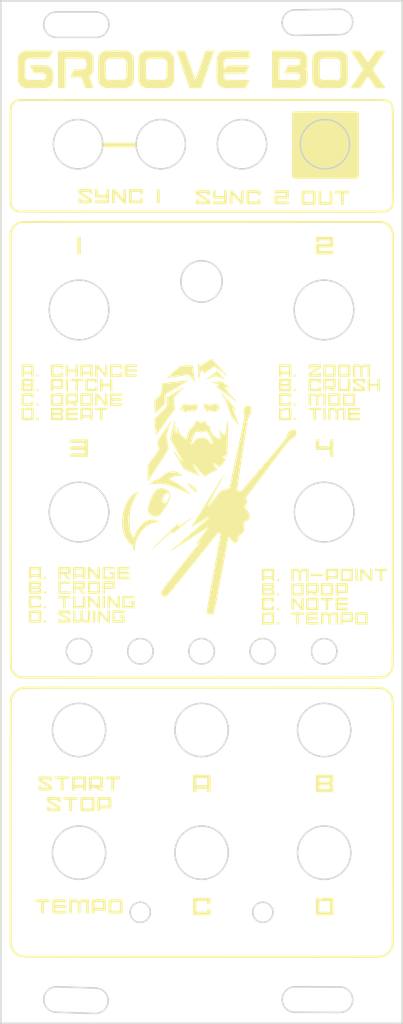
<source format=kicad_pcb>
(kicad_pcb (version 20211014) (generator pcbnew)
  (layers (0 "F.Cu" signal) (31 "B.Cu" signal) (34 "B.Paste" user) (35 "F.Paste" user) (36 "B.SilkS" user "B.Silkscreen") (37 "F.SilkS" user "F.Silkscreen") (38 "B.Mask" user) (39 "F.Mask" user) (44 "Edge.Cuts" user))
  (net 0 "")
  (footprint "Drum Kid Front panel:Drum Kid" (layer "F.Cu") (at 141.43 96.56)
    (fp_text reference "G***" hide)
    (fp_text value "LOGO" hide)
  )
  (gr_arc (start 128.103718 157.357299) (mid 129.652201 159.007213) (end 128.002293 160.555691) (layer "Edge.Cuts") (width 0.2))
  (gr_arc (start 153.14194 160.400982) (mid 151.549518 158.79344) (end 153.15706 157.201018) (layer "Edge.Cuts") (width 0.2))
  (gr_circle (center 156.83 97.551) (end 160.58 97.551) (layer "Edge.Cuts") (width 0.2) (fill none))
  (gr_circle (center 156.83 140.35) (end 160.18 140.35) (layer "Edge.Cuts") (width 0.2) (fill none))
  (gr_circle (center 156.83 115.0389) (end 158.43 115.0389) (layer "Edge.Cuts") (width 0.2) (fill none))
  (gr_circle (center 125.9944 124.9322) (end 129.3444 124.9322) (layer "Edge.Cuts") (width 0.2) (fill none))
  (gr_arc (start 158.785277 34.363313) (mid 160.408417 35.939828) (end 158.831902 37.562973) (layer "Edge.Cuts") (width 0.2))
  (gr_circle (center 156.9316 51.323) (end 160.0316 51.323) (layer "Edge.Cuts") (width 0.2) (fill none))
  (gr_circle (center 146.4922 51.323) (end 149.5922 51.323) (layer "Edge.Cuts") (width 0.2) (fill none))
  (gr_circle (center 133.716 115.0389) (end 135.316 115.0389) (layer "Edge.Cuts") (width 0.2) (fill none))
  (gr_arc (start 158.823175 157.227789) (mid 160.415591 158.835329) (end 158.808056 160.427754) (layer "Edge.Cuts") (width 0.2))
  (gr_arc (start 128.149926 34.700472) (mid 129.750098 36.300301) (end 128.150264 37.900472) (layer "Edge.Cuts") (width 0.2))
  (gr_circle (center 125.9944 115.0389) (end 127.5944 115.0389) (layer "Edge.Cuts") (width 0.2) (fill none))
  (gr_arc (start 123.098788 160.400196) (mid 121.550304 158.750288) (end 123.200212 157.201804) (layer "Edge.Cuts") (width 0.2))
  (gr_circle (center 156.8046 72.151) (end 160.5546 72.151) (layer "Edge.Cuts") (width 0.2) (fill none))
  (gr_line (start 153.171726 37.645452) (end 158.831902 37.562973) (layer "Edge.Cuts") (width 0.2))
  (gr_circle (center 125.9944 97.551) (end 129.7444 97.551) (layer "Edge.Cuts") (width 0.2) (fill none))
  (gr_circle (center 141.4122 140.35) (end 144.7622 140.35) (layer "Edge.Cuts") (width 0.2) (fill none))
  (gr_line (start 128.149926 34.700472) (end 123.149331 34.701) (layer "Edge.Cuts") (width 0.2))
  (gr_circle (center 125.9944 140.35) (end 129.3444 140.35) (layer "Edge.Cuts") (width 0.2) (fill none))
  (gr_circle (center 125.9944 72.151) (end 129.7444 72.151) (layer "Edge.Cuts") (width 0.2) (fill none))
  (gr_line (start 123.149669 37.901) (end 128.150264 37.900472) (layer "Edge.Cuts") (width 0.2))
  (gr_circle (center 141.4122 124.93215) (end 144.7622 124.93215) (layer "Edge.Cuts") (width 0.2) (fill none))
  (gr_line (start 166.6495 161.801) (end 116.1495 161.801) (layer "Edge.Cuts") (width 0.2))
  (gr_line (start 128.103718 157.357299) (end 123.200212 157.201804) (layer "Edge.Cuts") (width 0.2))
  (gr_line (start 153.14194 160.400982) (end 158.808056 160.427754) (layer "Edge.Cuts") (width 0.2))
  (gr_circle (center 149.1084 147.843) (end 150.3784 147.843) (layer "Edge.Cuts") (width 0.2) (fill none))
  (gr_circle (center 125.8674 51.323) (end 128.9674 51.323) (layer "Edge.Cuts") (width 0.2) (fill none))
  (gr_circle (center 141.3995 68.5696) (end 143.9995 68.5696) (layer "Edge.Cuts") (width 0.2) (fill none))
  (gr_circle (center 156.83 124.9322) (end 160.18 124.9322) (layer "Edge.Cuts") (width 0.2) (fill none))
  (gr_arc (start 153.171726 37.645452) (mid 151.548578 36.068933) (end 153.1251 34.445792) (layer "Edge.Cuts") (width 0.2))
  (gr_circle (center 141.4122 115.0389) (end 143.0122 115.0389) (layer "Edge.Cuts") (width 0.2) (fill none))
  (gr_line (start 158.785277 34.363313) (end 153.1251 34.445792) (layer "Edge.Cuts") (width 0.2))
  (gr_circle (center 133.6906 147.843) (end 134.9606 147.843) (layer "Edge.Cuts") (width 0.2) (fill none))
  (gr_circle (center 149.1084 115.0389) (end 150.7084 115.0389) (layer "Edge.Cuts") (width 0.2) (fill none))
  (gr_line (start 123.098788 160.400196) (end 128.002293 160.555691) (layer "Edge.Cuts") (width 0.2))
  (gr_line (start 116.1495 161.801) (end 116.1495 33.301) (layer "Edge.Cuts") (width 0.2))
  (gr_line (start 158.823175 157.227789) (end 153.15706 157.201018) (layer "Edge.Cuts") (width 0.2))
  (gr_line (start 166.6495 33.301) (end 166.6495 161.801) (layer "Edge.Cuts") (width 0.2))
  (gr_arc (start 123.149669 37.901) (mid 121.5495 36.301169) (end 123.149331 34.701) (layer "Edge.Cuts") (width 0.2))
  (gr_line (start 116.1495 33.301) (end 166.6495 33.301) (layer "Edge.Cuts") (width 0.2))
  (gr_circle (center 136.2814 51.323) (end 139.3814 51.323) (layer "Edge.Cuts") (width 0.2) (fill none))
)
</source>
